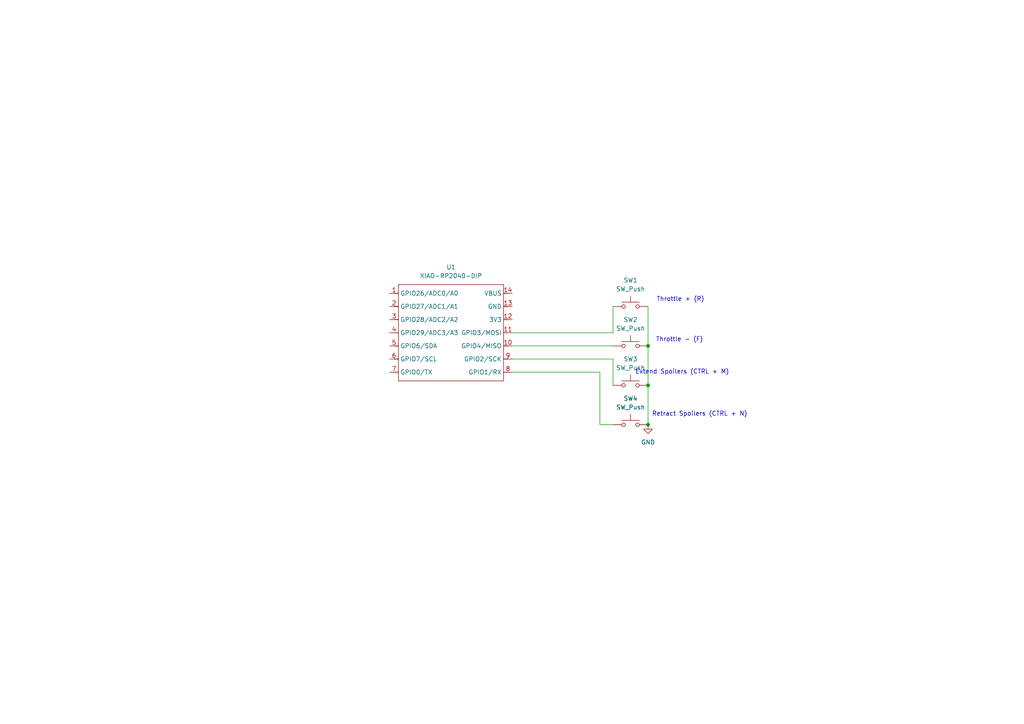
<source format=kicad_sch>
(kicad_sch (version 20250114) (generator "eeschema") (generator_version "9.0")
  (paper "A4")
  (lib_symbols
    (symbol "Switch:SW_Push" (pin_numbers (hide yes)) (pin_names (offset 1.016) (hide yes))
      (property "Reference" "SW" (at 1.27 2.54 0))
      (property "Value" "SW_Push" (at 0 -1.524 0))
      (symbol "SW_Push_0_1"
        (circle (center -2.032 0) (radius 0.508))
        (polyline (pts (xy 0 1.27) (xy 0 3.048)))
        (circle (center 2.032 0) (radius 0.508))
        (polyline (pts (xy 2.54 1.27) (xy -2.54 1.27)))
        (pin passive line (at -5.08 0 0) (length 2.54) (name "1") (number "1"))
        (pin passive line (at 5.08 0 180) (length 2.54) (name "2") (number "2"))
      )
    )
    (symbol "opl:XIAO-RP2040-DIP"
      (property "Reference" "U" (at 0 0 0))
      (property "Value" "XIAO-RP2040-DIP" (at 5.334 -1.778 0))
      (symbol "XIAO-RP2040-DIP_1_0"
        (polyline (pts (xy -1.27 -2.54) (xy 29.21 -2.54)) (stroke (width 0.1524)))
        (polyline (pts (xy -1.27 -5.08) (xy -2.54 -5.08)) (stroke (width 0.1524)))
        (polyline (pts (xy -1.27 -5.08) (xy -1.27 -2.54)) (stroke (width 0.1524)))
        (polyline (pts (xy -1.27 -8.89) (xy -2.54 -8.89)) (stroke (width 0.1524)))
        (polyline (pts (xy -1.27 -8.89) (xy -1.27 -5.08)) (stroke (width 0.1524)))
        (polyline (pts (xy -1.27 -12.7) (xy -2.54 -12.7)) (stroke (width 0.1524)))
        (polyline (pts (xy -1.27 -12.7) (xy -1.27 -8.89)) (stroke (width 0.1524)))
        (polyline (pts (xy -1.27 -16.51) (xy -2.54 -16.51)) (stroke (width 0.1524)))
        (polyline (pts (xy -1.27 -16.51) (xy -1.27 -12.7)) (stroke (width 0.1524)))
        (polyline (pts (xy -1.27 -20.32) (xy -2.54 -20.32)) (stroke (width 0.1524)))
        (polyline (pts (xy -1.27 -24.13) (xy -2.54 -24.13)) (stroke (width 0.1524)))
        (polyline (pts (xy -1.27 -27.94) (xy -2.54 -27.94)) (stroke (width 0.1524)))
        (polyline (pts (xy -1.27 -30.48) (xy -1.27 -16.51)) (stroke (width 0.1524)))
        (polyline (pts (xy 29.21 -2.54) (xy 29.21 -5.08)) (stroke (width 0.1524)))
        (polyline (pts (xy 29.21 -5.08) (xy 29.21 -8.89)) (stroke (width 0.1524)))
        (polyline (pts (xy 29.21 -8.89) (xy 29.21 -12.7)) (stroke (width 0.1524)))
        (polyline (pts (xy 29.21 -12.7) (xy 29.21 -30.48)) (stroke (width 0.1524)))
        (polyline (pts (xy 29.21 -30.48) (xy -1.27 -30.48)) (stroke (width 0.1524)))
        (polyline (pts (xy 30.48 -5.08) (xy 29.21 -5.08)) (stroke (width 0.1524)))
        (polyline (pts (xy 30.48 -8.89) (xy 29.21 -8.89)) (stroke (width 0.1524)))
        (polyline (pts (xy 30.48 -12.7) (xy 29.21 -12.7)) (stroke (width 0.1524)))
        (polyline (pts (xy 30.48 -16.51) (xy 29.21 -16.51)) (stroke (width 0.1524)))
        (polyline (pts (xy 30.48 -20.32) (xy 29.21 -20.32)) (stroke (width 0.1524)))
        (polyline (pts (xy 30.48 -24.13) (xy 29.21 -24.13)) (stroke (width 0.1524)))
        (polyline (pts (xy 30.48 -27.94) (xy 29.21 -27.94)) (stroke (width 0.1524)))
        (pin passive line (at -3.81 -5.08 0) (length 2.54) (name "GPIO26/ADC0/A0") (number "1"))
        (pin passive line (at -3.81 -8.89 0) (length 2.54) (name "GPIO27/ADC1/A1") (number "2"))
        (pin passive line (at -3.81 -12.7 0) (length 2.54) (name "GPIO28/ADC2/A2") (number "3"))
        (pin passive line (at -3.81 -16.51 0) (length 2.54) (name "GPIO29/ADC3/A3") (number "4"))
        (pin passive line (at -3.81 -20.32 0) (length 2.54) (name "GPIO6/SDA") (number "5"))
        (pin passive line (at -3.81 -24.13 0) (length 2.54) (name "GPIO7/SCL") (number "6"))
        (pin passive line (at -3.81 -27.94 0) (length 2.54) (name "GPIO0/TX") (number "7"))
        (pin passive line (at 31.75 -5.08 180) (length 2.54) (name "VBUS") (number "14"))
        (pin passive line (at 31.75 -8.89 180) (length 2.54) (name "GND") (number "13"))
        (pin passive line (at 31.75 -12.7 180) (length 2.54) (name "3V3") (number "12"))
        (pin passive line (at 31.75 -16.51 180) (length 2.54) (name "GPIO3/MOSI") (number "11"))
        (pin passive line (at 31.75 -20.32 180) (length 2.54) (name "GPIO4/MISO") (number "10"))
        (pin passive line (at 31.75 -24.13 180) (length 2.54) (name "GPIO2/SCK") (number "9"))
        (pin passive line (at 31.75 -27.94 180) (length 2.54) (name "GPIO1/RX") (number "8"))
      )
    )
    (symbol "power:GND" (power) (pin_numbers (hide yes)) (pin_names (offset 0) (hide yes))
      (property "Value" "GND" (at 0 -3.81 0))
      (symbol "GND_0_1"
        (polyline (pts (xy 0 0) (xy 0 -1.27) (xy 1.27 -1.27) (xy 0 -2.54) (xy -1.27 -1.27) (xy 0 -1.27)))
      )
      (symbol "GND_1_1"
        (pin power_in line (at 0 0 270) (length 0) (name "~") (number "1"))
      )
    )
  )
  (text "Retract Spoilers (CTRL + N)" (at 202.946 120.142 0) (effects (font (size 1.27 1.27))))
  (text "Throttle - (F)" (at 197.104 98.552 0) (effects (font (size 1.27 1.27))))
  (text "Throttle + (R)" (at 197.358 86.868 0) (effects (font (size 1.27 1.27))))
  (text "Extend Spoilers (CTRL + M)\n\n" (at 197.866 108.966 0) (effects (font (size 1.27 1.27))))
  (junction (at 187.96 123.19))
  (junction (at 187.96 100.33))
  (junction (at 187.96 111.76))
  (wire (pts (xy 177.8 104.14) (xy 177.8 111.76)))
  (wire (pts (xy 173.99 107.95) (xy 173.99 123.19)))
  (wire (pts (xy 187.96 88.9) (xy 187.96 100.33)))
  (wire (pts (xy 148.59 100.33) (xy 177.8 100.33)))
  (wire (pts (xy 148.59 96.52) (xy 177.8 96.52)))
  (wire (pts (xy 148.59 104.14) (xy 177.8 104.14)))
  (wire (pts (xy 187.96 111.76) (xy 187.96 123.19)))
  (wire (pts (xy 177.8 96.52) (xy 177.8 88.9)))
  (wire (pts (xy 187.96 100.33) (xy 187.96 111.76)))
  (wire (pts (xy 173.99 123.19) (xy 177.8 123.19)))
  (wire (pts (xy 148.59 107.95) (xy 173.99 107.95)))
  (symbol (lib_id "Switch:SW_Push") (at 182.88 111.76 0) (unit 1)
    (property "Reference" "SW3" (at 182.88 104.14 0))
    (property "Value" "SW_Push" (at 182.88 106.68 0))
    (property "Footprint" "Button_Switch_Keyboard:SW_Cherry_MX_1.00u_PCB" (effects (hide yes)))
    (property "Description" "Push button switch, generic, two pins" (effects (hide yes)))
  )
  (symbol (lib_id "Switch:SW_Push") (at 182.88 88.9 0) (unit 1)
    (property "Reference" "SW1" (at 182.88 81.28 0))
    (property "Value" "SW_Push" (at 182.88 83.82 0))
    (property "Footprint" "Button_Switch_Keyboard:SW_Cherry_MX_1.00u_PCB" (effects (hide yes)))
    (property "Description" "Push button switch, generic, two pins" (effects (hide yes)))
  )
  (symbol (lib_id "Switch:SW_Push") (at 182.88 123.19 0) (unit 1)
    (property "Reference" "SW4" (at 182.88 115.57 0))
    (property "Value" "SW_Push" (at 182.88 118.11 0))
    (property "Footprint" "Button_Switch_Keyboard:SW_Cherry_MX_1.00u_PCB" (effects (hide yes)))
    (property "Description" "Push button switch, generic, two pins" (effects (hide yes)))
  )
  (symbol (lib_id "Switch:SW_Push") (at 182.88 100.33 0) (unit 1)
    (property "Reference" "SW2" (at 182.88 92.71 0))
    (property "Value" "SW_Push" (at 182.88 95.25 0))
    (property "Footprint" "Button_Switch_Keyboard:SW_Cherry_MX_1.00u_PCB" (effects (hide yes)))
    (property "Description" "Push button switch, generic, two pins" (effects (hide yes)))
  )
  (symbol (lib_id "opl:XIAO-RP2040-DIP") (at 116.84 80.01 0) (unit 1)
    (property "Reference" "U1" (at 130.81 77.47 0))
    (property "Value" "XIAO-RP2040-DIP" (at 130.81 80.01 0))
    (property "Footprint" "opl:XIAO-RP2040-DIP" (effects (hide yes)))
  )
  (symbol (lib_id "power:GND") (at 187.96 123.19 0) (unit 1)
    (property "Reference" "#PWR01" (effects (hide yes)))
    (property "Value" "GND" (at 187.96 128.27 0))
    (property "Description" "Power symbol creates a global label with name \"GND\" , ground" (effects (hide yes)))
  )
)
</source>
